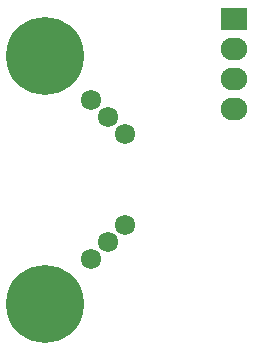
<source format=gbs>
G04 #@! TF.FileFunction,Soldermask,Bot*
%FSLAX46Y46*%
G04 Gerber Fmt 4.6, Leading zero omitted, Abs format (unit mm)*
G04 Created by KiCad (PCBNEW 4.0.4+dfsg1-stable) date Thu Jun  8 13:46:51 2017*
%MOMM*%
%LPD*%
G01*
G04 APERTURE LIST*
%ADD10C,0.100000*%
%ADD11R,2.232000X1.927200*%
%ADD12O,2.232000X1.927200*%
%ADD13C,6.600000*%
%ADD14C,1.724000*%
G04 APERTURE END LIST*
D10*
D11*
X133000000Y-62920000D03*
D12*
X133000000Y-65460000D03*
X133000000Y-68000000D03*
X133000000Y-70540000D03*
D13*
X117000000Y-66000000D03*
X117000000Y-87000000D03*
D14*
X122300000Y-71200000D03*
X123736841Y-72636841D03*
X120863159Y-69763159D03*
X122300000Y-81800000D03*
X120863159Y-83236841D03*
X123736841Y-80363159D03*
M02*

</source>
